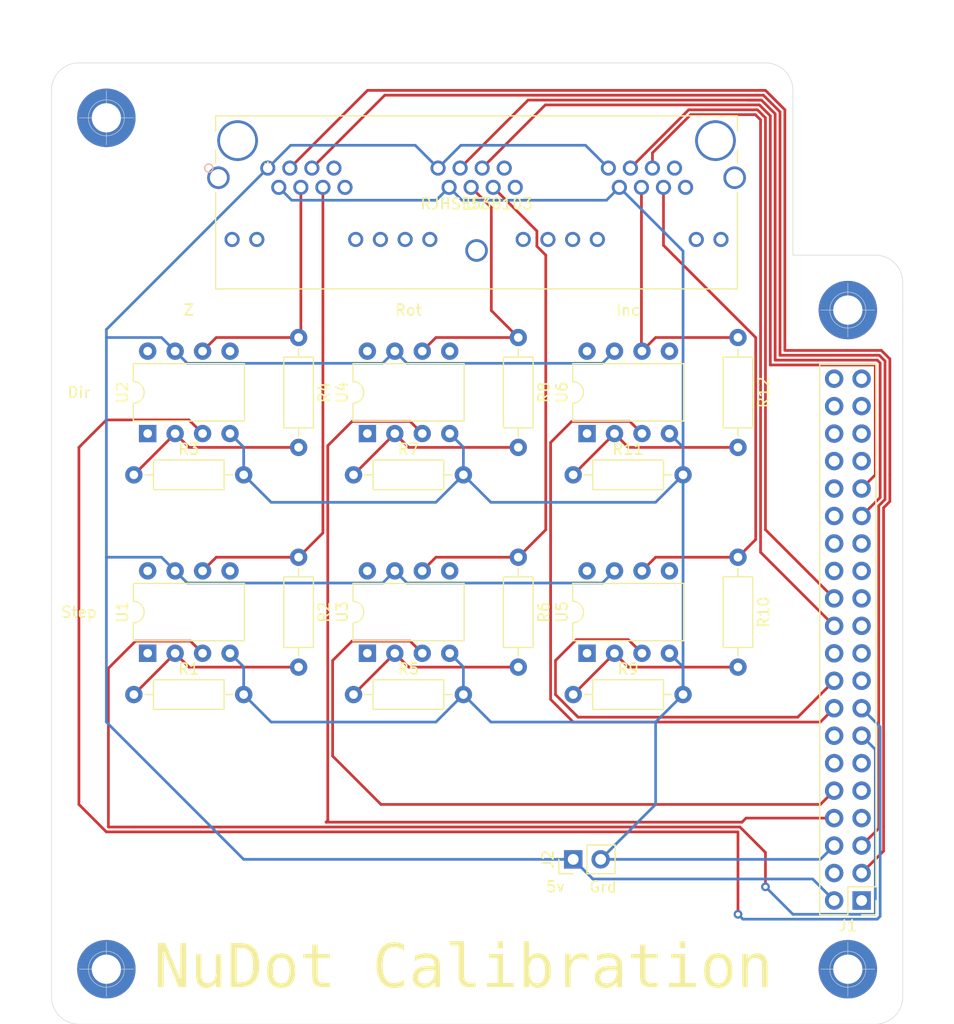
<source format=kicad_pcb>
(kicad_pcb (version 20220331) (generator pcbnew)
  (layers (0 "F.Cu" signal) (31 "B.Cu" signal) (34 "B.Paste" user) (35 "F.Paste" user) (36 "B.SilkS" user "B.Silkscreen") (37 "F.SilkS" user "F.Silkscreen") (38 "B.Mask" user) (39 "F.Mask" user) (44 "Edge.Cuts" user))
  (net 0 "")
  (net 1 "Net-(U1--)")
  (net 2 "Net-(U6--)")
  (net 3 "Net-(U5--)")
  (net 4 "Net-(R8-Pad1)")
  (net 5 "Net-(U4--)")
  (net 6 "Net-(R6-Pad1)")
  (net 7 "Net-(U3--)")
  (net 8 "Net-(R4-Pad1)")
  (net 9 "Net-(U2--)")
  (net 10 "Net-(R2-Pad1)")
  (net 15 "Net-(U2-+)")
  (net 19 "Net-(U3-+)")
  (net 23 "Net-(U4-+)")
  (net 30 "Net-(U6-+)")
  (net 34 "Net-(U7-Pad31)")
  (net 75 "Net-(U7-Pad32)")
  (net 78 "Net-(U5-+)")
  (net 79 "Net-(J1-SDA/GPIO2)")
  (net 80 "Net-(J1-SCL/GPIO3)")
  (net 81 "Net-(J1-GCLK1/GPIO5)")
  (net 82 "Net-(J1-GCLK2/GPIO6)")
  (net 83 "Net-(U7-Pad30)")
  (net 84 "Net-(J1-GPIO27)")
  (net 85 "Net-(U7-Pad29)")
  (net 86 "Net-(J1-GND)_1")
  (net 87 "Net-(J1-5V)_1")
  (footprint "Package_DIP:DIP-8_W7.62mm" (layer "F.Cu") (at 95.26 118.1 90)
    (fp_text reference "U1" (at 3.81 -2.33 90) (layer "F.SilkS"))
    (fp_text value "OPA552P")
    (pad "1" thru_hole rect (at 0 0 90) (size 1.6 1.6) (drill 0.8) (layers *.Cu *.Mask))
    (pad "2" thru_hole oval (at 0 2.54 90) (size 1.6 1.6) (drill 0.8) (layers *.Cu *.Mask) (net 1 "Net-(U1--)"))
    (pad "3" thru_hole oval (at 0 5.08 90) (size 1.6 1.6) (drill 0.8) (layers *.Cu *.Mask) (net 84 "Net-(J1-GPIO27)"))
    (pad "4" thru_hole oval (at 0 7.62 90) (size 1.6 1.6) (drill 0.8) (layers *.Cu *.Mask) (net 86 "Net-(J1-GND)_1"))
    (pad "5" thru_hole oval (at 7.62 7.62 90) (size 1.6 1.6) (drill 0.8) (layers *.Cu *.Mask))
    (pad "6" thru_hole oval (at 7.62 5.08 90) (size 1.6 1.6) (drill 0.8) (layers *.Cu *.Mask) (net 10 "Net-(R2-Pad1)"))
    (pad "7" thru_hole oval (at 7.62 2.54 90) (size 1.6 1.6) (drill 0.8) (layers *.Cu *.Mask) (net 87 "Net-(J1-5V)_1"))
    (pad "8" thru_hole oval (at 7.62 0 90) (size 1.6 1.6) (drill 0.8) (layers *.Cu *.Mask))
  )
  (footprint "footprints:RJHSE538103" (layer "F.Cu") (at 106.368709 73.229001)
    (fp_text reference "U7" (at 19.309989 3.299999) (layer "F.SilkS"))
    (fp_text value "RJHSE538103" (at 19.309989 3.299999) (layer "F.SilkS"))
    (fp_text user "*" (at 0 0) (layer "F.SilkS"))
    (pad "1" thru_hole circle locked (at -0.000001 0) (size 1.397 1.397) (drill 0.889) (layers *.Cu *.Mask) (net 87 "Net-(J1-5V)_1"))
    (pad "2" thru_hole circle locked (at 1.02 1.780032) (size 1.397 1.397) (drill 0.889) (layers *.Cu *.Mask) (net 86 "Net-(J1-GND)_1"))
    (pad "3" thru_hole circle locked (at 2.04 0) (size 1.397 1.397) (drill 0.889) (layers *.Cu *.Mask) (net 79 "Net-(J1-SDA/GPIO2)"))
    (pad "4" thru_hole circle locked (at 3.060001 1.780032) (size 1.397 1.397) (drill 0.889) (layers *.Cu *.Mask) (net 8 "Net-(R4-Pad1)"))
    (pad "5" thru_hole circle locked (at 4.079999 0) (size 1.397 1.397) (drill 0.889) (layers *.Cu *.Mask) (net 80 "Net-(J1-SCL/GPIO3)"))
    (pad "6" thru_hole circle locked (at 5.099999 1.780032) (size 1.397 1.397) (drill 0.889) (layers *.Cu *.Mask) (net 10 "Net-(R2-Pad1)"))
    (pad "7" thru_hole circle locked (at 6.12 0) (size 1.397 1.397) (drill 0.889) (layers *.Cu *.Mask))
    (pad "8" thru_hole circle locked (at 7.14 1.780032) (size 1.397 1.397) (drill 0.889) (layers *.Cu *.Mask))
    (pad "9" thru_hole circle locked (at -3.299994 6.599997) (size 1.397 1.397) (drill 0.889) (layers *.Cu *.Mask))
    (pad "10" thru_hole circle locked (at -1.013994 6.599997) (size 1.397 1.397) (drill 0.889) (layers *.Cu *.Mask))
    (pad "11" thru_hole circle locked (at 8.134005 6.599997) (size 1.397 1.397) (drill 0.889) (layers *.Cu *.Mask))
    (pad "12" thru_hole circle locked (at 10.420005 6.599997) (size 1.397 1.397) (drill 0.889) (layers *.Cu *.Mask))
    (pad "13" thru_hole circle locked (at 12.706002 6.599997) (size 1.397 1.397) (drill 0.889) (layers *.Cu *.Mask))
    (pad "14" thru_hole circle locked (at 14.992002 6.599997) (size 1.397 1.397) (drill 0.889) (layers *.Cu *.Mask))
    (pad "15" thru_hole circle locked (at 15.75 0) (size 1.397 1.397) (drill 0.889) (layers *.Cu *.Mask) (net 87 "Net-(J1-5V)_1"))
    (pad "16" thru_hole circle locked (at 16.77 1.780032) (size 1.397 1.397) (drill 0.889) (layers *.Cu *.Mask) (net 86 "Net-(J1-GND)_1"))
    (pad "17" thru_hole circle locked (at 17.790001 0) (size 1.397 1.397) (drill 0.889) (layers *.Cu *.Mask) (net 81 "Net-(J1-GCLK1/GPIO5)"))
    (pad "18" thru_hole circle locked (at 18.810001 1.780032) (size 1.397 1.397) (drill 0.889) (layers *.Cu *.Mask) (net 4 "Net-(R8-Pad1)"))
    (pad "19" thru_hole circle locked (at 19.829999 0) (size 1.397 1.397) (drill 0.889) (layers *.Cu *.Mask) (net 82 "Net-(J1-GCLK2/GPIO6)"))
    (pad "20" thru_hole circle locked (at 20.85 1.780032) (size 1.397 1.397) (drill 0.889) (layers *.Cu *.Mask) (net 6 "Net-(R6-Pad1)"))
    (pad "21" thru_hole circle locked (at 21.87 0) (size 1.397 1.397) (drill 0.889) (layers *.Cu *.Mask))
    (pad "22" thru_hole circle locked (at 22.890001 1.780032) (size 1.397 1.397) (drill 0.889) (layers *.Cu *.Mask))
    (pad "23" thru_hole circle locked (at 23.627954 6.599997) (size 1.397 1.397) (drill 0.889) (layers *.Cu *.Mask))
    (pad "24" thru_hole circle locked (at 25.913954 6.599997) (size 1.397 1.397) (drill 0.889) (layers *.Cu *.Mask))
    (pad "25" thru_hole circle locked (at 28.199952 6.599997) (size 1.397 1.397) (drill 0.889) (layers *.Cu *.Mask))
    (pad "26" thru_hole circle locked (at 30.485952 6.599997) (size 1.397 1.397) (drill 0.889) (layers *.Cu *.Mask))
    (pad "27" thru_hole circle locked (at 31.5 0) (size 1.397 1.397) (drill 0.889) (layers *.Cu *.Mask) (net 87 "Net-(J1-5V)_1"))
    (pad "28" thru_hole circle locked (at 32.52 1.780032) (size 1.397 1.397) (drill 0.889) (layers *.Cu *.Mask) (net 86 "Net-(J1-GND)_1"))
    (pad "29" thru_hole circle locked (at 33.540001 0) (size 1.397 1.397) (drill 0.889) (layers *.Cu *.Mask) (net 85 "Net-(U7-Pad29)"))
    (pad "30" thru_hole circle locked (at 34.560001 1.780032) (size 1.397 1.397) (drill 0.889) (layers *.Cu *.Mask) (net 83 "Net-(U7-Pad30)"))
    (pad "31" thru_hole circle locked (at 35.579999 0) (size 1.397 1.397) (drill 0.889) (layers *.Cu *.Mask) (net 34 "Net-(U7-Pad31)"))
    (pad "32" thru_hole circle locked (at 36.6 1.780032) (size 1.397 1.397) (drill 0.889) (layers *.Cu *.Mask) (net 75 "Net-(U7-Pad32)"))
    (pad "33" thru_hole circle locked (at 37.62 0) (size 1.397 1.397) (drill 0.889) (layers *.Cu *.Mask))
    (pad "34" thru_hole circle locked (at 38.640001 1.780032) (size 1.397 1.397) (drill 0.889) (layers *.Cu *.Mask))
    (pad "35" thru_hole circle locked (at 39.633939 6.599997) (size 1.397 1.397) (drill 0.889) (layers *.Cu *.Mask))
    (pad "36" thru_hole circle locked (at 41.919939 6.599997) (size 1.397 1.397) (drill 0.889) (layers *.Cu *.Mask))
    (pad "37" thru_hole circle locked (at -2.790005 -2.540002) (size 3.7592 3.7592) (drill 3.2512) (layers *.Cu *.Mask))
    (pad "38" thru_hole circle locked (at -4.565008 0.890006) (size 2.0828 2.0828) (drill 1.5748) (layers *.Cu *.Mask))
    (pad "39" thru_hole circle locked (at 19.309989 7.620031) (size 2.0828 2.0828) (drill 1.5748) (layers *.Cu *.Mask))
    (pad "40" thru_hole circle locked (at 41.409983 -2.540002) (size 3.7592 3.7592) (drill 3.2512) (layers *.Cu *.Mask))
    (pad "41" thru_hole circle locked (at 43.184985 0.890006) (size 2.0828 2.0828) (drill 1.5748) (layers *.Cu *.Mask))
  )
  (footprint "Resistor_THT:R_Axial_DIN0207_L6.3mm_D2.5mm_P10.16mm_Horizontal" (layer "F.Cu") (at 134.62 121.92)
    (fp_text reference "R9" (at 5.08 -2.37) (layer "F.SilkS"))
    (fp_text value "R")
    (pad "1" thru_hole circle (at 0 0) (size 1.6 1.6) (drill 0.8) (layers *.Cu *.Mask) (net 3 "Net-(U5--)"))
    (pad "2" thru_hole oval (at 10.16 0) (size 1.6 1.6) (drill 0.8) (layers *.Cu *.Mask) (net 86 "Net-(J1-GND)_1"))
  )
  (footprint "Package_DIP:DIP-8_W7.62mm" (layer "F.Cu") (at 135.9 118.1 90)
    (fp_text reference "U5" (at 3.81 -2.33 90) (layer "F.SilkS"))
    (fp_text value "OPA552P")
    (pad "1" thru_hole rect (at 0 0 90) (size 1.6 1.6) (drill 0.8) (layers *.Cu *.Mask))
    (pad "2" thru_hole oval (at 0 2.54 90) (size 1.6 1.6) (drill 0.8) (layers *.Cu *.Mask) (net 3 "Net-(U5--)"))
    (pad "3" thru_hole oval (at 0 5.08 90) (size 1.6 1.6) (drill 0.8) (layers *.Cu *.Mask) (net 78 "Net-(U5-+)"))
    (pad "4" thru_hole oval (at 0 7.62 90) (size 1.6 1.6) (drill 0.8) (layers *.Cu *.Mask) (net 86 "Net-(J1-GND)_1"))
    (pad "5" thru_hole oval (at 7.62 7.62 90) (size 1.6 1.6) (drill 0.8) (layers *.Cu *.Mask))
    (pad "6" thru_hole oval (at 7.62 5.08 90) (size 1.6 1.6) (drill 0.8) (layers *.Cu *.Mask) (net 75 "Net-(U7-Pad32)"))
    (pad "7" thru_hole oval (at 7.62 2.54 90) (size 1.6 1.6) (drill 0.8) (layers *.Cu *.Mask) (net 87 "Net-(J1-5V)_1"))
    (pad "8" thru_hole oval (at 7.62 0 90) (size 1.6 1.6) (drill 0.8) (layers *.Cu *.Mask))
  )
  (footprint "MountingHole:MountingHole_2.7mm_Pad" (layer "F.Cu") (at 91.44 147.32)
    (fp_text reference "REF**" hide)
    (fp_text value "MountingHole_2.7mm_Pad")
    (pad "1" thru_hole circle (at 0 0) (size 5.4 5.4) (drill 2.7) (layers *.Cu *.Mask))
  )
  (footprint "Resistor_THT:R_Axial_DIN0207_L6.3mm_D2.5mm_P10.16mm_Horizontal" (layer "F.Cu") (at 109.22 109.22 -90)
    (fp_text reference "R2" (at 5.08 -2.37 90) (layer "F.SilkS"))
    (fp_text value "R")
    (pad "1" thru_hole circle (at 0 0 270) (size 1.6 1.6) (drill 0.8) (layers *.Cu *.Mask) (net 10 "Net-(R2-Pad1)"))
    (pad "2" thru_hole oval (at 10.16 0 270) (size 1.6 1.6) (drill 0.8) (layers *.Cu *.Mask) (net 1 "Net-(U1--)"))
  )
  (footprint "Resistor_THT:R_Axial_DIN0207_L6.3mm_D2.5mm_P10.16mm_Horizontal" (layer "F.Cu") (at 93.98 121.92)
    (fp_text reference "R1" (at 5.08 -2.37) (layer "F.SilkS"))
    (fp_text value "R")
    (pad "1" thru_hole circle (at 0 0) (size 1.6 1.6) (drill 0.8) (layers *.Cu *.Mask) (net 1 "Net-(U1--)"))
    (pad "2" thru_hole oval (at 10.16 0) (size 1.6 1.6) (drill 0.8) (layers *.Cu *.Mask) (net 86 "Net-(J1-GND)_1"))
  )
  (footprint "Connector_PinHeader_2.54mm:PinHeader_1x02_P2.54mm_Vertical" (layer "F.Cu") (at 134.62 137.16 90)
    (fp_text reference "J2" (at 0 -2.33 90) (layer "F.SilkS"))
    (fp_text value "Screw_Terminal_01x02")
    (pad "1" thru_hole rect (at 0 0 90) (size 1.7 1.7) (drill 1) (layers *.Cu *.Mask) (net 87 "Net-(J1-5V)_1"))
    (pad "2" thru_hole oval (at 0 2.54 90) (size 1.7 1.7) (drill 1) (layers *.Cu *.Mask) (net 86 "Net-(J1-GND)_1"))
  )
  (footprint "Resistor_THT:R_Axial_DIN0207_L6.3mm_D2.5mm_P10.16mm_Horizontal" (layer "F.Cu") (at 149.86 109.22 -90)
    (fp_text reference "R10" (at 5.08 -2.37 90) (layer "F.SilkS"))
    (fp_text value "R")
    (pad "1" thru_hole circle (at 0 0 270) (size 1.6 1.6) (drill 0.8) (layers *.Cu *.Mask) (net 75 "Net-(U7-Pad32)"))
    (pad "2" thru_hole oval (at 10.16 0 270) (size 1.6 1.6) (drill 0.8) (layers *.Cu *.Mask) (net 3 "Net-(U5--)"))
  )
  (footprint "Package_DIP:DIP-8_W7.62mm" (layer "F.Cu") (at 115.58 118.1 90)
    (fp_text reference "U3" (at 3.81 -2.33 90) (layer "F.SilkS"))
    (fp_text value "OPA552P")
    (pad "1" thru_hole rect (at 0 0 90) (size 1.6 1.6) (drill 0.8) (layers *.Cu *.Mask))
    (pad "2" thru_hole oval (at 0 2.54 90) (size 1.6 1.6) (drill 0.8) (layers *.Cu *.Mask) (net 7 "Net-(U3--)"))
    (pad "3" thru_hole oval (at 0 5.08 90) (size 1.6 1.6) (drill 0.8) (layers *.Cu *.Mask) (net 19 "Net-(U3-+)"))
    (pad "4" thru_hole oval (at 0 7.62 90) (size 1.6 1.6) (drill 0.8) (layers *.Cu *.Mask) (net 86 "Net-(J1-GND)_1"))
    (pad "5" thru_hole oval (at 7.62 7.62 90) (size 1.6 1.6) (drill 0.8) (layers *.Cu *.Mask))
    (pad "6" thru_hole oval (at 7.62 5.08 90) (size 1.6 1.6) (drill 0.8) (layers *.Cu *.Mask) (net 6 "Net-(R6-Pad1)"))
    (pad "7" thru_hole oval (at 7.62 2.54 90) (size 1.6 1.6) (drill 0.8) (layers *.Cu *.Mask) (net 87 "Net-(J1-5V)_1"))
    (pad "8" thru_hole oval (at 7.62 0 90) (size 1.6 1.6) (drill 0.8) (layers *.Cu *.Mask))
  )
  (footprint "Package_DIP:DIP-8_W7.62mm" (layer "F.Cu") (at 115.58 97.78 90)
    (fp_text reference "U4" (at 3.81 -2.33 90) (layer "F.SilkS"))
    (fp_text value "OPA552P")
    (pad "1" thru_hole rect (at 0 0 90) (size 1.6 1.6) (drill 0.8) (layers *.Cu *.Mask))
    (pad "2" thru_hole oval (at 0 2.54 90) (size 1.6 1.6) (drill 0.8) (layers *.Cu *.Mask) (net 5 "Net-(U4--)"))
    (pad "3" thru_hole oval (at 0 5.08 90) (size 1.6 1.6) (drill 0.8) (layers *.Cu *.Mask) (net 23 "Net-(U4-+)"))
    (pad "4" thru_hole oval (at 0 7.62 90) (size 1.6 1.6) (drill 0.8) (layers *.Cu *.Mask) (net 86 "Net-(J1-GND)_1"))
    (pad "5" thru_hole oval (at 7.62 7.62 90) (size 1.6 1.6) (drill 0.8) (layers *.Cu *.Mask))
    (pad "6" thru_hole oval (at 7.62 5.08 90) (size 1.6 1.6) (drill 0.8) (layers *.Cu *.Mask) (net 4 "Net-(R8-Pad1)"))
    (pad "7" thru_hole oval (at 7.62 2.54 90) (size 1.6 1.6) (drill 0.8) (layers *.Cu *.Mask) (net 87 "Net-(J1-5V)_1"))
    (pad "8" thru_hole oval (at 7.62 0 90) (size 1.6 1.6) (drill 0.8) (layers *.Cu *.Mask))
  )
  (footprint "Resistor_THT:R_Axial_DIN0207_L6.3mm_D2.5mm_P10.16mm_Horizontal" (layer "F.Cu") (at 114.3 101.6)
    (fp_text reference "R7" (at 5.08 -2.37) (layer "F.SilkS"))
    (fp_text value "R")
    (pad "1" thru_hole circle (at 0 0) (size 1.6 1.6) (drill 0.8) (layers *.Cu *.Mask) (net 5 "Net-(U4--)"))
    (pad "2" thru_hole oval (at 10.16 0) (size 1.6 1.6) (drill 0.8) (layers *.Cu *.Mask) (net 86 "Net-(J1-GND)_1"))
  )
  (footprint "MountingHole:MountingHole_2.7mm_Pad" (layer "F.Cu") (at 91.44 68.58)
    (fp_text reference "REF**" hide)
    (fp_text value "MountingHole_2.7mm_Pad")
    (pad "1" thru_hole circle (at 0 0) (size 5.4 5.4) (drill 2.7) (layers *.Cu *.Mask))
  )
  (footprint "Resistor_THT:R_Axial_DIN0207_L6.3mm_D2.5mm_P10.16mm_Horizontal" (layer "F.Cu") (at 93.98 101.6)
    (fp_text reference "R3" (at 5.08 -2.37) (layer "F.SilkS"))
    (fp_text value "R")
    (pad "1" thru_hole circle (at 0 0) (size 1.6 1.6) (drill 0.8) (layers *.Cu *.Mask) (net 9 "Net-(U2--)"))
    (pad "2" thru_hole oval (at 10.16 0) (size 1.6 1.6) (drill 0.8) (layers *.Cu *.Mask) (net 86 "Net-(J1-GND)_1"))
  )
  (footprint "Resistor_THT:R_Axial_DIN0207_L6.3mm_D2.5mm_P10.16mm_Horizontal" (layer "F.Cu") (at 149.86 88.9 -90)
    (fp_text reference "R12" (at 5.08 -2.37 90) (layer "F.SilkS"))
    (fp_text value "R")
    (pad "1" thru_hole circle (at 0 0 270) (size 1.6 1.6) (drill 0.8) (layers *.Cu *.Mask) (net 83 "Net-(U7-Pad30)"))
    (pad "2" thru_hole oval (at 10.16 0 270) (size 1.6 1.6) (drill 0.8) (layers *.Cu *.Mask) (net 2 "Net-(U6--)"))
  )
  (footprint "Resistor_THT:R_Axial_DIN0207_L6.3mm_D2.5mm_P10.16mm_Horizontal" (layer "F.Cu") (at 129.54 109.22 -90)
    (fp_text reference "R6" (at 5.08 -2.37 90) (layer "F.SilkS"))
    (fp_text value "R")
    (pad "1" thru_hole circle (at 0 0 270) (size 1.6 1.6) (drill 0.8) (layers *.Cu *.Mask) (net 6 "Net-(R6-Pad1)"))
    (pad "2" thru_hole oval (at 10.16 0 270) (size 1.6 1.6) (drill 0.8) (layers *.Cu *.Mask) (net 7 "Net-(U3--)"))
  )
  (footprint "Resistor_THT:R_Axial_DIN0207_L6.3mm_D2.5mm_P10.16mm_Horizontal" (layer "F.Cu") (at 129.54 88.9 -90)
    (fp_text reference "R8" (at 5.08 -2.37 90) (layer "F.SilkS"))
    (fp_text value "R")
    (pad "1" thru_hole circle (at 0 0 270) (size 1.6 1.6) (drill 0.8) (layers *.Cu *.Mask) (net 4 "Net-(R8-Pad1)"))
    (pad "2" thru_hole oval (at 10.16 0 270) (size 1.6 1.6) (drill 0.8) (layers *.Cu *.Mask) (net 5 "Net-(U4--)"))
  )
  (footprint "Package_DIP:DIP-8_W7.62mm" (layer "F.Cu") (at 95.26 97.78 90)
    (fp_text reference "U2" (at 3.81 -2.33 90) (layer "F.SilkS"))
    (fp_text value "OPA552P")
    (pad "1" thru_hole rect (at 0 0 90) (size 1.6 1.6) (drill 0.8) (layers *.Cu *.Mask))
    (pad "2" thru_hole oval (at 0 2.54 90) (size 1.6 1.6) (drill 0.8) (layers *.Cu *.Mask) (net 9 "Net-(U2--)"))
    (pad "3" thru_hole oval (at 0 5.08 90) (size 1.6 1.6) (drill 0.8) (layers *.Cu *.Mask) (net 15 "Net-(U2-+)"))
    (pad "4" thru_hole oval (at 0 7.62 90) (size 1.6 1.6) (drill 0.8) (layers *.Cu *.Mask) (net 86 "Net-(J1-GND)_1"))
    (pad "5" thru_hole oval (at 7.62 7.62 90) (size 1.6 1.6) (drill 0.8) (layers *.Cu *.Mask))
    (pad "6" thru_hole oval (at 7.62 5.08 90) (size 1.6 1.6) (drill 0.8) (layers *.Cu *.Mask) (net 8 "Net-(R4-Pad1)"))
    (pad "7" thru_hole oval (at 7.62 2.54 90) (size 1.6 1.6) (drill 0.8) (layers *.Cu *.Mask) (net 87 "Net-(J1-5V)_1"))
    (pad "8" thru_hole oval (at 7.62 0 90) (size 1.6 1.6) (drill 0.8) (layers *.Cu *.Mask))
  )
  (footprint "Package_DIP:DIP-8_W7.62mm" (layer "F.Cu") (at 135.9 97.78 90)
    (fp_text reference "U6" (at 3.81 -2.33 90) (layer "F.SilkS"))
    (fp_text value "OPA552P")
    (pad "1" thru_hole rect (at 0 0 90) (size 1.6 1.6) (drill 0.8) (layers *.Cu *.Mask))
    (pad "2" thru_hole oval (at 0 2.54 90) (size 1.6 1.6) (drill 0.8) (layers *.Cu *.Mask) (net 2 "Net-(U6--)"))
    (pad "3" thru_hole oval (at 0 5.08 90) (size 1.6 1.6) (drill 0.8) (layers *.Cu *.Mask) (net 30 "Net-(U6-+)"))
    (pad "4" thru_hole oval (at 0 7.62 90) (size 1.6 1.6) (drill 0.8) (layers *.Cu *.Mask) (net 86 "Net-(J1-GND)_1"))
    (pad "5" thru_hole oval (at 7.62 7.62 90) (size 1.6 1.6) (drill 0.8) (layers *.Cu *.Mask))
    (pad "6" thru_hole oval (at 7.62 5.08 90) (size 1.6 1.6) (drill 0.8) (layers *.Cu *.Mask) (net 83 "Net-(U7-Pad30)"))
    (pad "7" thru_hole oval (at 7.62 2.54 90) (size 1.6 1.6) (drill 0.8) (layers *.Cu *.Mask) (net 87 "Net-(J1-5V)_1"))
    (pad "8" thru_hole oval (at 7.62 0 90) (size 1.6 1.6) (drill 0.8) (layers *.Cu *.Mask))
  )
  (footprint "Connector_PinHeader_2.54mm:PinHeader_2x20_P2.54mm_Vertical" (layer "F.Cu") (at 161.295 140.965 180)
    (fp_text reference "J1" (at 1.27 -2.33) (layer "F.SilkS"))
    (fp_text value "Raspberry_Pi_2_3")
    (pad "1" thru_hole rect (at 0 0 180) (size 1.7 1.7) (drill 1) (layers *.Cu *.Mask))
    (pad "2" thru_hole oval (at 2.54 0 180) (size 1.7 1.7) (drill 1) (layers *.Cu *.Mask) (net 87 "Net-(J1-5V)_1"))
    (pad "3" thru_hole oval (at 0 2.54 180) (size 1.7 1.7) (drill 1) (layers *.Cu *.Mask) (net 79 "Net-(J1-SDA/GPIO2)"))
    (pad "4" thru_hole oval (at 2.54 2.54 180) (size 1.7 1.7) (drill 1) (layers *.Cu *.Mask))
    (pad "5" thru_hole oval (at 0 5.08 180) (size 1.7 1.7) (drill 1) (layers *.Cu *.Mask) (net 80 "Net-(J1-SCL/GPIO3)"))
    (pad "6" thru_hole oval (at 2.54 5.08 180) (size 1.7 1.7) (drill 1) (layers *.Cu *.Mask) (net 86 "Net-(J1-GND)_1"))
    (pad "7" thru_hole oval (at 0 7.62 180) (size 1.7 1.7) (drill 1) (layers *.Cu *.Mask))
    (pad "8" thru_hole oval (at 2.54 7.62 180) (size 1.7 1.7) (drill 1) (layers *.Cu *.Mask) (net 23 "Net-(U4-+)"))
    (pad "9" thru_hole oval (at 0 10.16 180) (size 1.7 1.7) (drill 1) (layers *.Cu *.Mask))
    (pad "10" thru_hole oval (at 2.54 10.16 180) (size 1.7 1.7) (drill 1) (layers *.Cu *.Mask) (net 19 "Net-(U3-+)"))
    (pad "11" thru_hole oval (at 0 12.7 180) (size 1.7 1.7) (drill 1) (layers *.Cu *.Mask))
    (pad "12" thru_hole oval (at 2.54 12.7 180) (size 1.7 1.7) (drill 1) (layers *.Cu *.Mask))
    (pad "13" thru_hole oval (at 0 15.24 180) (size 1.7 1.7) (drill 1) (layers *.Cu *.Mask) (net 84 "Net-(J1-GPIO27)"))
    (pad "14" thru_hole oval (at 2.54 15.24 180) (size 1.7 1.7) (drill 1) (layers *.Cu *.Mask))
    (pad "15" thru_hole oval (at 0 17.78 180) (size 1.7 1.7) (drill 1) (layers *.Cu *.Mask) (net 15 "Net-(U2-+)"))
    (pad "16" thru_hole oval (at 2.54 17.78 180) (size 1.7 1.7) (drill 1) (layers *.Cu *.Mask) (net 30 "Net-(U6-+)"))
    (pad "17" thru_hole oval (at 0 20.32 180) (size 1.7 1.7) (drill 1) (layers *.Cu *.Mask))
    (pad "18" thru_hole oval (at 2.54 20.32 180) (size 1.7 1.7) (drill 1) (layers *.Cu *.Mask) (net 78 "Net-(U5-+)"))
    (pad "19" thru_hole oval (at 0 22.86 180) (size 1.7 1.7) (drill 1) (layers *.Cu *.Mask))
    (pad "20" thru_hole oval (at 2.54 22.86 180) (size 1.7 1.7) (drill 1) (layers *.Cu *.Mask))
    (pad "21" thru_hole oval (at 0 25.4 180) (size 1.7 1.7) (drill 1) (layers *.Cu *.Mask))
    (pad "22" thru_hole oval (at 2.54 25.4 180) (size 1.7 1.7) (drill 1) (layers *.Cu *.Mask) (net 34 "Net-(U7-Pad31)"))
    (pad "23" thru_hole oval (at 0 27.94 180) (size 1.7 1.7) (drill 1) (layers *.Cu *.Mask))
    (pad "24" thru_hole oval (at 2.54 27.94 180) (size 1.7 1.7) (drill 1) (layers *.Cu *.Mask) (net 85 "Net-(U7-Pad29)"))
    (pad "25" thru_hole oval (at 0 30.48 180) (size 1.7 1.7) (drill 1) (layers *.Cu *.Mask))
    (pad "26" thru_hole oval (at 2.54 30.48 180) (size 1.7 1.7) (drill 1) (layers *.Cu *.Mask))
    (pad "27" thru_hole oval (at 0 33.02 180) (size 1.7 1.7) (drill 1) (layers *.Cu *.Mask))
    (pad "28" thru_hole oval (at 2.54 33.02 180) (size 1.7 1.7) (drill 1) (layers *.Cu *.Mask))
    (pad "29" thru_hole oval (at 0 35.56 180) (size 1.7 1.7) (drill 1) (layers *.Cu *.Mask) (net 81 "Net-(J1-GCLK1/GPIO5)"))
    (pad "30" thru_hole oval (at 2.54 35.56 180) (size 1.7 1.7) (drill 1) (layers *.Cu *.Mask))
    (pad "31" thru_hole oval (at 0 38.1 180) (size 1.7 1.7) (drill 1) (layers *.Cu *.Mask) (net 82 "Net-(J1-GCLK2/GPIO6)"))
    (pad "32" thru_hole oval (at 2.54 38.1 180) (size 1.7 1.7) (drill 1) (layers *.Cu *.Mask))
    (pad "33" thru_hole oval (at 0 40.64 180) (size 1.7 1.7) (drill 1) (layers *.Cu *.Mask))
    (pad "34" thru_hole oval (at 2.54 40.64 180) (size 1.7 1.7) (drill 1) (layers *.Cu *.Mask))
    (pad "35" thru_hole oval (at 0 43.18 180) (size 1.7 1.7) (drill 1) (layers *.Cu *.Mask))
    (pad "36" thru_hole oval (at 2.54 43.18 180) (size 1.7 1.7) (drill 1) (layers *.Cu *.Mask))
    (pad "37" thru_hole oval (at 0 45.72 180) (size 1.7 1.7) (drill 1) (layers *.Cu *.Mask))
    (pad "38" thru_hole oval (at 2.54 45.72 180) (size 1.7 1.7) (drill 1) (layers *.Cu *.Mask))
    (pad "39" thru_hole oval (at 0 48.26 180) (size 1.7 1.7) (drill 1) (layers *.Cu *.Mask))
    (pad "40" thru_hole oval (at 2.54 48.26 180) (size 1.7 1.7) (drill 1) (layers *.Cu *.Mask))
  )
  (footprint "Resistor_THT:R_Axial_DIN0207_L6.3mm_D2.5mm_P10.16mm_Horizontal" (layer "F.Cu") (at 109.22 88.9 -90)
    (fp_text reference "R4" (at 5.08 -2.37 90) (layer "F.SilkS"))
    (fp_text value "R")
    (pad "1" thru_hole circle (at 0 0 270) (size 1.6 1.6) (drill 0.8) (layers *.Cu *.Mask) (net 8 "Net-(R4-Pad1)"))
    (pad "2" thru_hole oval (at 10.16 0 270) (size 1.6 1.6) (drill 0.8) (layers *.Cu *.Mask) (net 9 "Net-(U2--)"))
  )
  (footprint "Resistor_THT:R_Axial_DIN0207_L6.3mm_D2.5mm_P10.16mm_Horizontal" (layer "F.Cu") (at 134.62 101.6)
    (fp_text reference "R11" (at 5.08 -2.37) (layer "F.SilkS"))
    (fp_text value "R")
    (pad "1" thru_hole circle (at 0 0) (size 1.6 1.6) (drill 0.8) (layers *.Cu *.Mask) (net 2 "Net-(U6--)"))
    (pad "2" thru_hole oval (at 10.16 0) (size 1.6 1.6) (drill 0.8) (layers *.Cu *.Mask) (net 86 "Net-(J1-GND)_1"))
  )
  (footprint "MountingHole:MountingHole_2.7mm_Pad" (layer "F.Cu") (at 160.02 147.32)
    (fp_text reference "REF**" hide)
    (fp_text value "MountingHole_2.7mm_Pad")
    (pad "1" thru_hole circle (at 0 0) (size 5.4 5.4) (drill 2.7) (layers *.Cu *.Mask))
  )
  (footprint "Resistor_THT:R_Axial_DIN0207_L6.3mm_D2.5mm_P10.16mm_Horizontal" (layer "F.Cu") (at 114.3 121.92)
    (fp_text reference "R5" (at 5.08 -2.37) (layer "F.SilkS"))
    (fp_text value "R")
    (pad "1" thru_hole circle (at 0 0) (size 1.6 1.6) (drill 0.8) (layers *.Cu *.Mask) (net 7 "Net-(U3--)"))
    (pad "2" thru_hole oval (at 10.16 0) (size 1.6 1.6) (drill 0.8) (layers *.Cu *.Mask) (net 86 "Net-(J1-GND)_1"))
  )
  (footprint "MountingHole:MountingHole_2.7mm_Pad" (layer "F.Cu") (at 160.02 86.36)
    (fp_text reference "REF**" hide)
    (fp_text value "MountingHole_2.7mm_Pad")
    (pad "1" thru_hole circle (at 0 0) (size 5.4 5.4) (drill 2.7) (layers *.Cu *.Mask))
  )
  (gr_arc (start 162.56 81.28) (mid 164.356051 82.023949) (end 165.1 83.82) (stroke (width 0.05)) (layer "Edge.Cuts"))
  (gr_line (start 86.36 139.7) (end 86.36 76.2) (stroke (width 0.05)) (layer "Edge.Cuts"))
  (gr_line (start 165.1 83.82) (end 165.1 86.36) (stroke (width 0.05)) (layer "Edge.Cuts"))
  (gr_arc (start 86.36 66.04) (mid 87.103949 64.243949) (end 88.9 63.5) (stroke (width 0.05)) (layer "Edge.Cuts"))
  (gr_arc (start 165.1 149.86) (mid 164.356051 151.656051) (end 162.56 152.4) (stroke (width 0.05)) (layer "Edge.Cuts"))
  (gr_line (start 104.14 63.5) (end 93.98 63.5) (stroke (width 0.05)) (layer "Edge.Cuts"))
  (gr_line (start 154.94 81.28) (end 162.56 81.28) (stroke (width 0.05)) (layer "Edge.Cuts"))
  (gr_line (start 93.98 63.5) (end 91.44 63.5) (stroke (width 0.05)) (layer "Edge.Cuts"))
  (gr_arc (start 152.4 63.5) (mid 154.196051 64.243949) (end 154.94 66.04) (stroke (width 0.05)) (layer "Edge.Cuts"))
  (gr_line (start 165.1 88.9) (end 165.1 86.36) (stroke (width 0.05)) (layer "Edge.Cuts"))
  (gr_line (start 165.1 88.9) (end 165.1 142.24) (stroke (width 0.05)) (layer "Edge.Cuts"))
  (gr_line (start 86.36 149.86) (end 86.36 139.7) (stroke (width 0.05)) (layer "Edge.Cuts"))
  (gr_line (start 86.36 66.04) (end 86.36 76.2) (stroke (width 0.05)) (layer "Edge.Cuts"))
  (gr_line (start 91.44 63.5) (end 88.9 63.5) (stroke (width 0.05)) (layer "Edge.Cuts"))
  (gr_line (start 154.94 66.04) (end 154.94 81.28) (stroke (width 0.05)) (layer "Edge.Cuts"))
  (gr_arc (start 88.9 152.4) (mid 87.103949 151.656051) (end 86.36 149.86) (stroke (width 0.05)) (layer "Edge.Cuts"))
  (gr_line (start 104.14 63.5) (end 152.4 63.5) (stroke (width 0.05)) (layer "Edge.Cuts"))
  (gr_line (start 162.56 152.4) (end 88.9 152.4) (stroke (width 0.05)) (layer "Edge.Cuts"))
  (gr_line (start 165.1 142.24) (end 165.1 149.86) (stroke (width 0.05)) (layer "Edge.Cuts"))
  (gr_text "Dir" (at 88.9 93.98) (layer "F.SilkS") (effects (font (size 1 1))))
  (gr_text "Step" (at 88.9 114.3) (layer "F.SilkS") (effects (font (size 1 1))))
  (gr_text "Inc" (at 139.7 86.36) (layer "F.SilkS") (effects (font (size 1 1))))
  (gr_text "Rot" (at 119.38 86.36) (layer "F.SilkS") (effects (font (size 1 1))))
  (gr_text "NuDot Calibration" (at 124.46 147.32) (layer "F.SilkS") (effects (font (size 4 4))))
  (gr_text "Z" (at 99.06 86.36) (layer "F.SilkS") (effects (font (size 1 1))))
  (gr_text "  5v   Grd" (at 134.62 139.7) (layer "F.SilkS") (effects (font (size 1 1))))
  (target plus (at 91.44 147.32) (size 5) (width 0.05) (layer "Edge.Cuts"))
  (target plus (at 160.02 86.36) (size 5) (width 0.05) (layer "Edge.Cuts"))
  (target plus (at 160.02 147.32) (size 5) (width 0.05) (layer "Edge.Cuts"))
  (target plus (at 91.44 68.58) (size 5) (width 0.05) (layer "Edge.Cuts"))
  (segment (start 97.8 118.1) (end 99.08 119.38) (width 0.25) (layer "F.Cu") (net 1))
  (segment (start 97.8 118.1) (end 93.98 121.92) (width 0.25) (layer "F.Cu") (net 1))
  (segment (start 99.08 119.38) (end 109.22 119.38) (width 0.25) (layer "F.Cu") (net 1))
  (segment (start 138.44 97.78) (end 134.62 101.6) (width 0.25) (layer "F.Cu") (net 2))
  (segment (start 139.72 99.06) (end 149.86 99.06) (width 0.25) (layer "F.Cu") (net 2))
  (segment (start 138.44 97.78) (end 139.72 99.06) (width 0.25) (layer "F.Cu") (net 2))
  (segment (start 138.44 118.1) (end 139.72 119.38) (width 0.25) (layer "F.Cu") (net 3))
  (segment (start 138.44 118.1) (end 134.62 121.92) (width 0.25) (layer "F.Cu") (net 3))
  (segment (start 139.72 119.38) (end 149.86 119.38) (width 0.25) (layer "F.Cu") (net 3))
  (segment (start 127.044609 86.404609) (end 129.54 88.9) (width 0.25) (layer "F.Cu") (net 4))
  (segment (start 120.66 90.16) (end 121.92 88.9) (width 0.25) (layer "F.Cu") (net 4))
  (segment (start 125.17871 75.009033) (end 127.044609 76.874932) (width 0.25) (layer "F.Cu") (net 4))
  (segment (start 127.044609 76.874932) (end 127.044609 86.404609) (width 0.25) (layer "F.Cu") (net 4))
  (segment (start 121.92 88.9) (end 129.54 88.9) (width 0.25) (layer "F.Cu") (net 4))
  (segment (start 119.4 99.06) (end 129.54 99.06) (width 0.25) (layer "F.Cu") (net 5))
  (segment (start 118.12 97.78) (end 114.3 101.6) (width 0.25) (layer "F.Cu") (net 5))
  (segment (start 118.12 97.78) (end 119.4 99.06) (width 0.25) (layer "F.Cu") (net 5))
  (segment (start 129.54 109.22) (end 132.08 106.68) (width 0.25) (layer "F.Cu") (net 6))
  (segment (start 132.08 106.68) (end 132.08 81.28) (width 0.25) (layer "F.Cu") (net 6))
  (segment (start 120.66 110.48) (end 121.92 109.22) (width 0.25) (layer "F.Cu") (net 6))
  (segment (start 131.259652 79.049976) (end 127.218709 75.009033) (width 0.25) (layer "F.Cu") (net 6))
  (segment (start 121.92 109.22) (end 129.54 109.22) (width 0.25) (layer "F.Cu") (net 6))
  (segment (start 131.259652 80.459652) (end 131.259652 79.049976) (width 0.25) (layer "F.Cu") (net 6))
  (segment (start 132.08 81.28) (end 131.259652 80.459652) (width 0.25) (layer "F.Cu") (net 6))
  (segment (start 119.4 119.38) (end 129.54 119.38) (width 0.25) (layer "F.Cu") (net 7))
  (segment (start 118.12 118.1) (end 114.3 121.92) (width 0.25) (layer "F.Cu") (net 7))
  (segment (start 118.12 118.1) (end 119.4 119.38) (width 0.25) (layer "F.Cu") (net 7))
  (segment (start 101.6 88.9) (end 109.22 88.9) (width 0.25) (layer "F.Cu") (net 8))
  (segment (start 100.34 90.16) (end 101.6 88.9) (width 0.25) (layer "F.Cu") (net 8))
  (segment (start 109.42871 88.69129) (end 109.22 88.9) (width 0.25) (layer "F.Cu") (net 8))
  (segment (start 109.42871 75.009033) (end 109.42871 88.69129) (width 0.25) (layer "F.Cu") (net 8))
  (segment (start 99.08 99.06) (end 109.22 99.06) (width 0.25) (layer "F.Cu") (net 9))
  (segment (start 97.8 97.78) (end 99.08 99.06) (width 0.25) (layer "F.Cu") (net 9))
  (segment (start 97.8 97.78) (end 93.98 101.6) (width 0.25) (layer "F.Cu") (net 9))
  (segment (start 111.468708 106.971292) (end 109.22 109.22) (width 0.25) (layer "F.Cu") (net 10))
  (segment (start 111.468708 75.009033) (end 111.468708 106.971292) (width 0.25) (layer "F.Cu") (net 10))
  (segment (start 101.6 109.22) (end 109.22 109.22) (width 0.25) (layer "F.Cu") (net 10))
  (segment (start 100.34 110.48) (end 101.6 109.22) (width 0.25) (layer "F.Cu") (net 10))
  (segment (start 88.9 99.06) (end 91.44 96.52) (width 0.25) (layer "F.Cu") (net 15))
  (segment (start 99.08 96.52) (end 100.34 97.78) (width 0.25) (layer "F.Cu") (net 15))
  (segment (start 149.86 142.24) (end 149.86 134.62) (width 0.25) (layer "F.Cu") (net 15))
  (segment (start 88.9 132.08) (end 88.9 99.06) (width 0.25) (layer "F.Cu") (net 15))
  (segment (start 149.86 134.62) (end 91.44 134.62) (width 0.25) (layer "F.Cu") (net 15))
  (segment (start 91.44 96.52) (end 99.08 96.52) (width 0.25) (layer "F.Cu") (net 15))
  (segment (start 91.44 134.62) (end 88.9 132.08) (width 0.25) (layer "F.Cu") (net 15))
  (via (at 149.86 142.24) (size 0.8) (drill 0.4) (layers "F.Cu" "B.Cu") (net 15))
  (segment (start 150.30952 142.68952) (end 149.86 142.24) (width 0.25) (layer "B.Cu") (net 15))
  (segment (start 161.295 123.185) (end 163.00952 124.89952) (width 0.25) (layer "B.Cu") (net 15))
  (segment (start 163.00952 124.89952) (end 163.00952 142.426197) (width 0.25) (layer "B.Cu") (net 15))
  (segment (start 162.746197 142.68952) (end 150.30952 142.68952) (width 0.25) (layer "B.Cu") (net 15))
  (segment (start 163.00952 142.426197) (end 162.746197 142.68952) (width 0.25) (layer "B.Cu") (net 15))
  (segment (start 114.164511 116.975489) (end 112.367748 118.772252) (width 0.25) (layer "F.Cu") (net 19))
  (segment (start 112.367748 127.607748) (end 116.84 132.08) (width 0.25) (layer "F.Cu") (net 19))
  (segment (start 116.84 132.08) (end 157.48 132.08) (width 0.25) (layer "F.Cu") (net 19))
  (segment (start 157.48 132.08) (end 158.755 130.805) (width 0.25) (layer "F.Cu") (net 19))
  (segment (start 119.535489 116.975489) (end 114.164511 116.975489) (width 0.25) (layer "F.Cu") (net 19))
  (segment (start 120.66 118.1) (end 119.535489 116.975489) (width 0.25) (layer "F.Cu") (net 19))
  (segment (start 112.367748 118.772252) (end 112.367748 127.607748) (width 0.25) (layer "F.Cu") (net 19))
  (segment (start 119.535489 96.655489) (end 114.164511 96.655489) (width 0.25) (layer "F.Cu") (net 23))
  (segment (start 150.232395 133.72096) (end 150.608355 133.345) (width 0.25) (layer "F.Cu") (net 23))
  (segment (start 111.918228 133.562732) (end 111.76 133.72096) (width 0.25) (layer "F.Cu") (net 23))
  (segment (start 111.918228 98.901772) (end 111.918228 133.562732) (width 0.25) (layer "F.Cu") (net 23))
  (segment (start 114.164511 96.655489) (end 111.918228 98.901772) (width 0.25) (layer "F.Cu") (net 23))
  (segment (start 111.76 133.72096) (end 150.232395 133.72096) (width 0.25) (layer "F.Cu") (net 23))
  (segment (start 120.66 97.78) (end 119.535489 96.655489) (width 0.25) (layer "F.Cu") (net 23))
  (segment (start 150.608355 133.345) (end 158.755 133.345) (width 0.25) (layer "F.Cu") (net 23))
  (segment (start 139.855489 96.655489) (end 134.484511 96.655489) (width 0.25) (layer "F.Cu") (net 30))
  (segment (start 134.484511 96.655489) (end 132.52952 98.61048) (width 0.25) (layer "F.Cu") (net 30))
  (segment (start 157.48 124.46) (end 158.755 123.185) (width 0.25) (layer "F.Cu") (net 30))
  (segment (start 132.52952 98.61048) (end 132.52952 122.36952) (width 0.25) (layer "F.Cu") (net 30))
  (segment (start 132.52952 122.36952) (end 134.62 124.46) (width 0.25) (layer "F.Cu") (net 30))
  (segment (start 134.62 124.46) (end 157.48 124.46) (width 0.25) (layer "F.Cu") (net 30))
  (segment (start 140.98 97.78) (end 139.855489 96.655489) (width 0.25) (layer "F.Cu") (net 30))
  (segment (start 141.948708 71.824721) (end 141.948708 73.229001) (width 0.25) (layer "F.Cu") (net 34))
  (segment (start 145.485829 68.2876) (end 141.948708 71.824721) (width 0.25) (layer "F.Cu") (net 34))
  (segment (start 151.949044 68.767634) (end 151.46901 68.2876) (width 0.25) (layer "F.Cu") (net 34))
  (segment (start 158.755 115.565) (end 151.949044 108.759044) (width 0.25) (layer "F.Cu") (net 34))
  (segment (start 151.46901 68.2876) (end 145.485829 68.2876) (width 0.25) (layer "F.Cu") (net 34))
  (segment (start 151.949044 108.759044) (end 151.949044 68.767634) (width 0.25) (layer "F.Cu") (net 34))
  (segment (start 140.98 110.48) (end 142.24 109.22) (width 0.25) (layer "F.Cu") (net 75))
  (segment (start 151.499524 107.580476) (end 149.86 109.22) (width 0.25) (layer "F.Cu") (net 75))
  (segment (start 151.499524 88.9) (end 151.499524 107.580476) (width 0.25) (layer "F.Cu") (net 75))
  (segment (start 142.968709 75.009033) (end 142.968709 80.369185) (width 0.25) (layer "F.Cu") (net 75))
  (segment (start 142.24 109.22) (end 149.86 109.22) (width 0.25) (layer "F.Cu") (net 75))
  (segment (start 142.968709 80.369185) (end 151.499524 88.9) (width 0.25) (layer "F.Cu") (net 75))
  (segment (start 135.06952 124.01048) (end 132.97904 121.92) (width 0.25) (layer "F.Cu") (net 78))
  (segment (start 158.755 120.645) (end 155.38952 124.01048) (width 0.25) (layer "F.Cu") (net 78))
  (segment (start 134.910978 116.84) (end 139.72 116.84) (width 0.25) (layer "F.Cu") (net 78))
  (segment (start 132.97904 121.92) (end 132.97904 118.771938) (width 0.25) (layer "F.Cu") (net 78))
  (segment (start 155.38952 124.01048) (end 135.06952 124.01048) (width 0.25) (layer "F.Cu") (net 78))
  (segment (start 139.72 116.84) (end 140.98 118.1) (width 0.25) (layer "F.Cu") (net 78))
  (segment (start 132.97904 118.771938) (end 134.910978 116.84) (width 0.25) (layer "F.Cu") (net 78))
  (segment (start 163.327379 136.392621) (end 163.327379 134.115943) (width 0.25) (layer "F.Cu") (net 79))
  (segment (start 163.327379 134.115943) (end 163.327379 104.644056) (width 0.25) (layer "F.Cu") (net 79))
  (segment (start 154.196644 67.836645) (end 153.669999 67.310001) (width 0.25) (layer "F.Cu") (net 79))
  (segment (start 163.908559 101.6) (end 163.908559 90.881407) (width 0.25) (layer "F.Cu") (net 79))
  (segment (start 115.59771 66.04) (end 152.4 66.04) (width 0.25) (layer "F.Cu") (net 79))
  (segment (start 160.02 90.091441) (end 154.196644 90.091441) (width 0.25) (layer "F.Cu") (net 79))
  (segment (start 163.118593 90.091441) (end 160.02 90.091441) (width 0.25) (layer "F.Cu") (net 79))
  (segment (start 163.908559 104.062876) (end 163.908559 101.6) (width 0.25) (layer "F.Cu") (net 79))
  (segment (start 161.295 138.425) (end 163.327379 136.392621) (width 0.25) (layer "F.Cu") (net 79))
  (segment (start 152.4 66.040002) (end 152.4 66.04) (width 0.25) (layer "F.Cu") (net 79))
  (segment (start 154.196644 90.091441) (end 154.196644 67.836645) (width 0.25) (layer "F.Cu") (net 79))
  (segment (start 163.908559 90.881407) (end 163.118593 90.091441) (width 0.25) (layer "F.Cu") (net 79))
  (segment (start 153.669999 67.310001) (end 152.4 66.040002) (width 0.25) (layer "F.Cu") (net 79))
  (segment (start 108.408709 73.229001) (end 115.59771 66.04) (width 0.25) (layer "F.Cu") (net 79))
  (segment (start 163.327379 104.644056) (end 163.908559 104.062876) (width 0.25) (layer "F.Cu") (net 79))
  (segment (start 152.213801 66.48952) (end 117.188189 66.48952) (width 0.25) (layer "F.Cu") (net 80))
  (segment (start 163.45904 91.067605) (end 162.932394 90.54096) (width 0.25) (layer "F.Cu") (net 80))
  (segment (start 161.295 135.885) (end 162.877859 134.302141) (width 0.25) (layer "F.Cu") (net 80))
  (segment (start 153.747124 90.54096) (end 153.747124 68.022843) (width 0.25) (layer "F.Cu") (net 80))
  (segment (start 117.188189 66.48952) (end 110.448708 73.229001) (width 0.25) (layer "F.Cu") (net 80))
  (segment (start 162.877859 134.302141) (end 162.877859 104.457859) (width 0.25) (layer "F.Cu") (net 80))
  (segment (start 162.877859 104.457859) (end 163.45904 103.876677) (width 0.25) (layer "F.Cu") (net 80))
  (segment (start 163.45904 103.876677) (end 163.45904 91.067605) (width 0.25) (layer "F.Cu") (net 80))
  (segment (start 162.932394 90.54096) (end 153.747124 90.54096) (width 0.25) (layer "F.Cu") (net 80))
  (segment (start 153.747124 68.022843) (end 152.213801 66.48952) (width 0.25) (layer "F.Cu") (net 80))
  (segment (start 124.15871 73.229001) (end 130.448671 66.93904) (width 0.25) (layer "F.Cu") (net 81))
  (segment (start 130.448671 66.93904) (end 152.027604 66.93904) (width 0.25) (layer "F.Cu") (net 81))
  (segment (start 153.297604 68.209042) (end 152.027603 66.93904) (width 0.25) (layer "F.Cu") (net 81))
  (segment (start 161.295 105.405) (end 163.00952 103.69048) (width 0.25) (layer "F.Cu") (net 81))
  (segment (start 153.297604 90.99048) (end 153.297604 68.209042) (width 0.25) (layer "F.Cu") (net 81))
  (segment (start 163.00952 103.69048) (end 163.00952 91.253803) (width 0.25) (layer "F.Cu") (net 81))
  (segment (start 152.027603 66.93904) (end 150.75904 66.93904) (width 0.25) (layer "F.Cu") (net 81))
  (segment (start 163.00952 91.253803) (end 162.746197 90.99048) (width 0.25) (layer "F.Cu") (net 81))
  (segment (start 162.746197 90.99048) (end 153.297604 90.99048) (width 0.25) (layer "F.Cu") (net 81))
  (segment (start 152.848084 91.44) (end 152.848084 68.395239) (width 0.25) (layer "F.Cu") (net 82))
  (segment (start 162.56 101.6) (end 162.56 91.44) (width 0.25) (layer "F.Cu") (net 82))
  (segment (start 132.039149 67.38856) (end 126.198708 73.229001) (width 0.25) (layer "F.Cu") (net 82))
  (segment (start 161.295 102.865) (end 162.56 101.6) (width 0.25) (layer "F.Cu") (net 82))
  (segment (start 152.848084 68.395239) (end 151.841406 67.38856) (width 0.25) (layer "F.Cu") (net 82))
  (segment (start 151.841406 67.38856) (end 132.039149 67.38856) (width 0.25) (layer "F.Cu") (net 82))
  (segment (start 162.56 91.44) (end 152.848084 91.44) (width 0.25) (layer "F.Cu") (net 82))
  (segment (start 142.24 88.9) (end 149.86 88.9) (width 0.25) (layer "F.Cu") (net 83))
  (segment (start 140.92871 75.009033) (end 140.92871 90.10871) (width 0.25) (layer "F.Cu") (net 83))
  (segment (start 140.98 90.16) (end 142.24 88.9) (width 0.25) (layer "F.Cu") (net 83))
  (segment (start 140.92871 90.10871) (end 140.98 90.16) (width 0.25) (layer "F.Cu") (net 83))
  (segment (start 91.626198 134.17048) (end 93.98 134.17048) (width 0.25) (layer "F.Cu") (net 84))
  (segment (start 152.4 136.524283) (end 152.4 139.7) (width 0.25) (layer "F.Cu") (net 84))
  (segment (start 100.34 118.1) (end 99.215489 116.975489) (width 0.25) (layer "F.Cu") (net 84))
  (segment (start 150.046197 134.17048) (end 152.4 136.524283) (width 0.25) (layer "F.Cu") (net 84))
  (segment (start 91.626198 119.48478) (end 91.626198 134.17048) (width 0.25) (layer "F.Cu") (net 84))
  (segment (start 94.135489 116.975489) (end 91.626198 119.48478) (width 0.25) (layer "F.Cu") (net 84))
  (segment (start 99.215489 116.975489) (end 94.135489 116.975489) (width 0.25) (layer "F.Cu") (net 84))
  (segment (start 93.98 134.17048) (end 150.046197 134.17048) (width 0.25) (layer "F.Cu") (net 84))
  (via (at 152.4 139.7) (size 0.8) (drill 0.4) (layers "F.Cu" "B.Cu") (net 84))
  (segment (start 154.94 142.24) (end 152.4 139.7) (width 0.25) (layer "B.Cu") (net 84))
  (segment (start 162.56 129.54) (end 162.56 142.24) (width 0.25) (layer "B.Cu") (net 84))
  (segment (start 162.56 126.99) (end 162.56 129.54) (width 0.25) (layer "B.Cu") (net 84))
  (segment (start 162.56 142.24) (end 154.94 142.24) (width 0.25) (layer "B.Cu") (net 84))
  (segment (start 161.295 125.725) (end 162.56 126.99) (width 0.25) (layer "B.Cu") (net 84))
  (segment (start 151.655208 67.83808) (end 152.398564 68.581436) (width 0.25) (layer "F.Cu") (net 85))
  (segment (start 145.299631 67.83808) (end 151.655208 67.83808) (width 0.25) (layer "F.Cu") (net 85))
  (segment (start 152.398564 68.581436) (end 152.398564 106.668564) (width 0.25) (layer "F.Cu") (net 85))
  (segment (start 139.90871 73.229001) (end 145.299631 67.83808) (width 0.25) (layer "F.Cu") (net 85))
  (segment (start 152.398564 106.668564) (end 158.755 113.025) (width 0.25) (layer "F.Cu") (net 85))
  (segment (start 142.24 124.46) (end 127 124.46) (width 0.25) (layer "B.Cu") (net 86))
  (segment (start 108.579676 76.2) (end 107.388709 75.009033) (width 0.25) (layer "B.Cu") (net 86))
  (segment (start 127 124.46) (end 124.46 121.92) (width 0.25) (layer "B.Cu") (net 86))
  (segment (start 144.78 121.92) (end 144.78 119.36) (width 0.25) (layer "B.Cu") (net 86))
  (segment (start 124.46 101.6) (end 124.46 99.04) (width 0.25) (layer "B.Cu") (net 86))
  (segment (start 124.46 121.92) (end 124.46 119.36) (width 0.25) (layer "B.Cu") (net 86))
  (segment (start 138.888709 75.009033) (end 137.697742 76.2) (width 0.25) (layer "B.Cu") (net 86))
  (segment (start 104.14 119.36) (end 102.88 118.1) (width 0.25) (layer "B.Cu") (net 86))
  (segment (start 137.16 137.16) (end 142.24 132.08) (width 0.25) (layer "B.Cu") (net 86))
  (segment (start 144.78 101.6) (end 142.24 104.14) (width 0.25) (layer "B.Cu") (net 86))
  (segment (start 124.46 119.36) (end 123.2 118.1) (width 0.25) (layer "B.Cu") (net 86))
  (segment (start 121.92 124.46) (end 106.68 124.46) (width 0.25) (layer "B.Cu") (net 86))
  (segment (start 121.92 104.14) (end 106.68 104.14) (width 0.25) (layer "B.Cu") (net 86))
  (segment (start 144.79 121.92) (end 144.78 121.92) (width 0.25) (layer "B.Cu") (net 86))
  (segment (start 157.48 137.16) (end 137.16 137.16) (width 0.25) (layer "B.Cu") (net 86))
  (segment (start 104.14 99.04) (end 102.88 97.78) (width 0.25) (layer "B.Cu") (net 86))
  (segment (start 144.78 80.900324) (end 138.888709 75.009033) (width 0.25) (layer "B.Cu") (net 86))
  (segment (start 124.46 121.92) (end 121.92 124.46) (width 0.25) (layer "B.Cu") (net 86))
  (segment (start 106.68 104.14) (end 104.14 101.6) (width 0.25) (layer "B.Cu") (net 86))
  (segment (start 121.947742 76.2) (end 108.579676 76.2) (width 0.25) (layer "B.Cu") (net 86))
  (segment (start 127 104.14) (end 124.46 101.6) (width 0.25) (layer "B.Cu") (net 86))
  (segment (start 124.46 101.6) (end 121.92 104.14) (width 0.25) (layer "B.Cu") (net 86))
  (segment (start 123.138709 75.009033) (end 121.947742 76.2) (width 0.25) (layer "B.Cu") (net 86))
  (segment (start 144.78 101.6) (end 144.78 99.04) (width 0.25) (layer "B.Cu") (net 86))
  (segment (start 124.329676 76.2) (end 123.138709 75.009033) (width 0.25) (layer "B.Cu") (net 86))
  (segment (start 137.697742 76.2) (end 124.329676 76.2) (width 0.25) (layer "B.Cu") (net 86))
  (segment (start 142.24 132.08) (end 142.24 124.46) (width 0.25) (layer "B.Cu") (net 86))
  (segment (start 144.78 99.04) (end 143.52 97.78) (width 0.25) (layer "B.Cu") (net 86))
  (segment (start 142.24 104.14) (end 127 104.14) (width 0.25) (layer "B.Cu") (net 86))
  (segment (start 144.78 99.04) (end 144.78 80.900324) (width 0.25) (layer "B.Cu") (net 86))
  (segment (start 106.68 124.46) (end 104.14 121.92) (width 0.25) (layer "B.Cu") (net 86))
  (segment (start 104.14 101.6) (end 104.14 99.04) (width 0.25) (layer "B.Cu") (net 86))
  (segment (start 104.14 121.92) (end 104.14 119.36) (width 0.25) (layer "B.Cu") (net 86))
  (segment (start 144.78 121.92) (end 144.78 101.6) (width 0.25) (layer "B.Cu") (net 86))
  (segment (start 158.755 135.885) (end 157.48 137.16) (width 0.25) (layer "B.Cu") (net 86))
  (segment (start 144.78 119.36) (end 143.52 118.1) (width 0.25) (layer "B.Cu") (net 86))
  (segment (start 124.46 99.04) (end 123.2 97.78) (width 0.25) (layer "B.Cu") (net 86))
  (segment (start 144.78 121.92) (end 142.24 124.46) (width 0.25) (layer "B.Cu") (net 86))
  (segment (start 97.8 90.16) (end 98.924511 91.284511) (width 0.25) (layer "B.Cu") (net 87))
  (segment (start 134.62 137.16) (end 104.14 137.16) (width 0.25) (layer "B.Cu") (net 87))
  (segment (start 137.315489 111.604511) (end 138.44 110.48) (width 0.25) (layer "B.Cu") (net 87))
  (segment (start 119.244511 111.604511) (end 137.315489 111.604511) (width 0.25) (layer "B.Cu") (net 87))
  (segment (start 104.14 137.16) (end 91.44 124.46) (width 0.25) (layer "B.Cu") (net 87))
  (segment (start 91.44 109.22) (end 91.44 88.9) (width 0.25) (layer "B.Cu") (net 87))
  (segment (start 98.924511 111.604511) (end 116.995489 111.604511) (width 0.25) (layer "B.Cu") (net 87))
  (segment (start 96.54 109.22) (end 97.8 110.48) (width 0.25) (layer "B.Cu") (net 87))
  (segment (start 118.12 90.16) (end 119.244511 91.284511) (width 0.25) (layer "B.Cu") (net 87))
  (segment (start 156.765489 138.975489) (end 136.435489 138.975489) (width 0.25) (layer "B.Cu") (net 87))
  (segment (start 98.924511 91.284511) (end 116.995489 91.284511) (width 0.25) (layer "B.Cu") (net 87))
  (segment (start 124.22771 71.12) (end 135.759708 71.12) (width 0.25) (layer "B.Cu") (net 87))
  (segment (start 96.54 88.9) (end 97.8 90.16) (width 0.25) (layer "B.Cu") (net 87))
  (segment (start 120.009708 71.12) (end 122.118709 73.229001) (width 0.25) (layer "B.Cu") (net 87))
  (segment (start 91.44 109.22) (end 96.54 109.22) (width 0.25) (layer "B.Cu") (net 87))
  (segment (start 116.995489 111.604511) (end 118.12 110.48) (width 0.25) (layer "B.Cu") (net 87))
  (segment (start 137.315489 91.284511) (end 138.44 90.16) (width 0.25) (layer "B.Cu") (net 87))
  (segment (start 122.118709 73.229001) (end 124.22771 71.12) (width 0.25) (layer "B.Cu") (net 87))
  (segment (start 91.44 88.9) (end 96.54 88.9) (width 0.25) (layer "B.Cu") (net 87))
  (segment (start 136.435489 138.975489) (end 134.62 137.16) (width 0.25) (layer "B.Cu") (net 87))
  (segment (start 135.759708 71.12) (end 137.868709 73.229001) (width 0.25) (layer "B.Cu") (net 87))
  (segment (start 106.368708 73.229001) (end 108.477709 71.12) (width 0.25) (layer "B.Cu") (net 87))
  (segment (start 118.12 110.48) (end 119.244511 111.604511) (width 0.25) (layer "B.Cu") (net 87))
  (segment (start 91.44 88.157709) (end 91.44 88.9) (width 0.25) (layer "B.Cu") (net 87))
  (segment (start 106.368708 73.229001) (end 91.44 88.157709) (width 0.25) (layer "B.Cu") (net 87))
  (segment (start 158.755 140.965) (end 156.765489 138.975489) (width 0.25) (layer "B.Cu") (net 87))
  (segment (start 108.477709 71.12) (end 120.009708 71.12) (width 0.25) (layer "B.Cu") (net 87))
  (segment (start 91.44 124.46) (end 91.44 109.22) (width 0.25) (layer "B.Cu") (net 87))
  (segment (start 116.995489 91.284511) (end 118.12 90.16) (width 0.25) (layer "B.Cu") (net 87))
  (segment (start 119.244511 91.284511) (end 137.315489 91.284511) (width 0.25) (layer "B.Cu") (net 87))
  (segment (start 97.8 110.48) (end 98.924511 111.604511) (width 0.25) (layer "B.Cu") (net 87))
)
</source>
